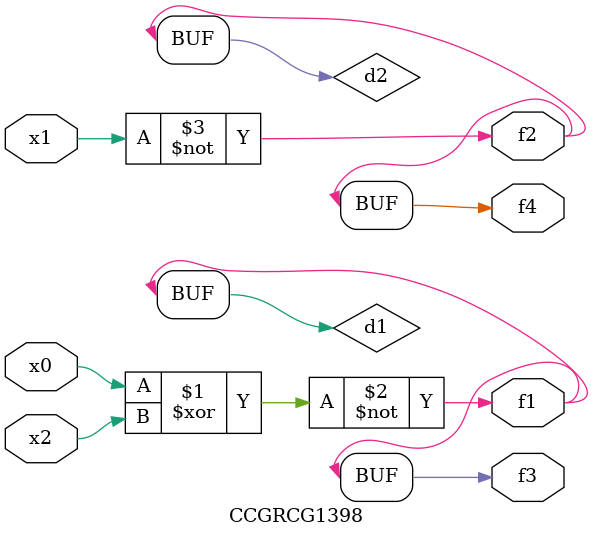
<source format=v>
module CCGRCG1398(
	input x0, x1, x2,
	output f1, f2, f3, f4
);

	wire d1, d2, d3;

	xnor (d1, x0, x2);
	nand (d2, x1);
	nor (d3, x1, x2);
	assign f1 = d1;
	assign f2 = d2;
	assign f3 = d1;
	assign f4 = d2;
endmodule

</source>
